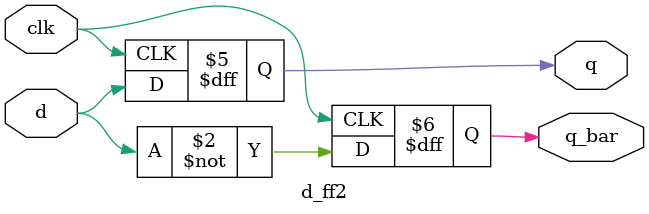
<source format=sv>
`timescale 1fs / 1fs


module d_ff2 (
	      input 	 d,
	      input 	 clk,
	      output reg q,
	      output reg q_bar);
   
   parameter delay = 10e3; //10 ps
   initial q_bar <= 1;
   initial q <= 0;
   
   always @(posedge clk) 
     begin
	#delay 	q <= d;
	q_bar <= ~d;
     end 
endmodule 

</source>
